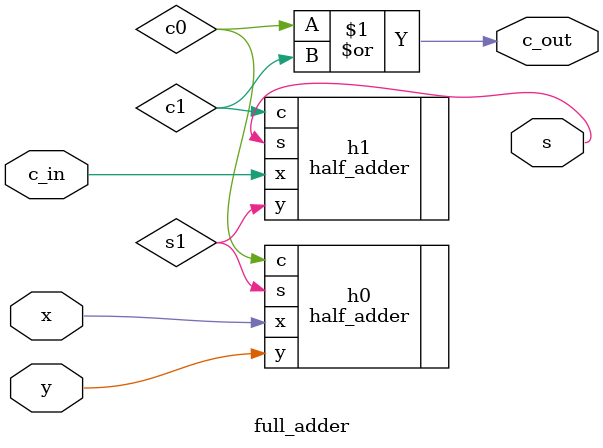
<source format=v>
`timescale 1ns / 1ps


module full_adder(
input c_in,y,x,
output s, c_out
    );
 wire c[1:0];
 wire s1;   
    half_adder h0 (   
    .x(x),
    .y(y), 
    .c(c0),
    .s(s1)
    );
      half_adder h1 (   
    .x(c_in),
    .y(s1), 
    .c(c1),
    .s(s)
    
    );
        or(c_out,c0,c1);

endmodule

</source>
